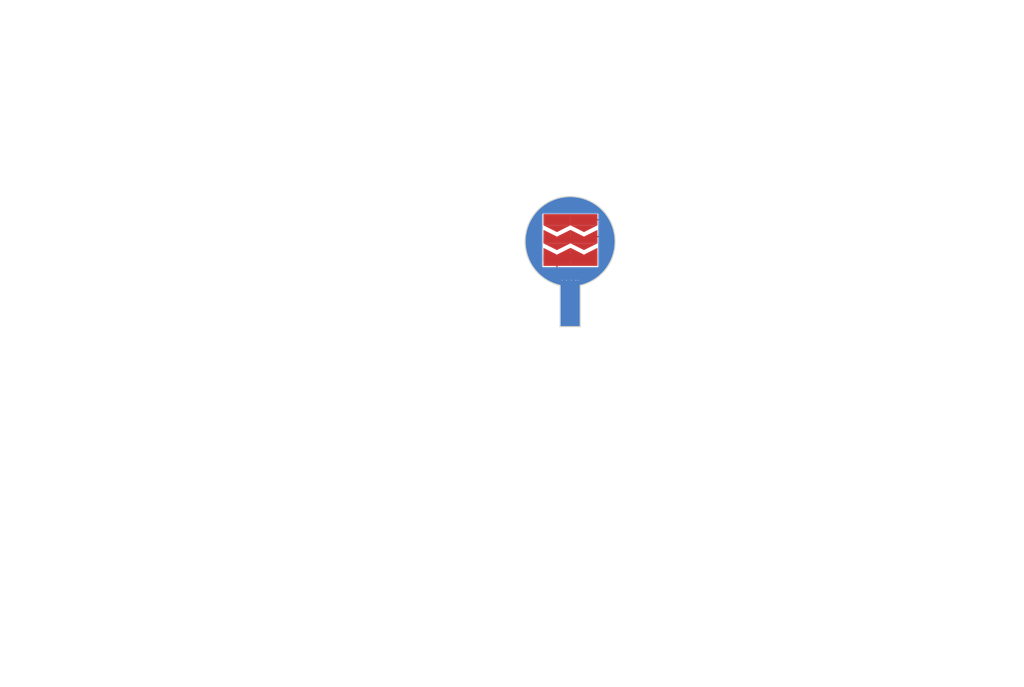
<source format=kicad_pcb>
(kicad_pcb (version 20211014) (generator pcbnew)
  (title_block (title "TekTag Biosensor Touch Pad") (date "2023-05-25") (rev "0.1 alpha") (company "© 2023 TekLabs Digital Pty Ltd") (comment 1 "Desigend by Trevor Attema") (comment 2 "MIT License"))
  (layers (0 "F.Cu" signal) (31 "B.Cu" signal) (34 "B.Paste" user) (35 "F.Paste" user) (36 "B.SilkS" user "B.Silkscreen") (37 "F.SilkS" user "F.Silkscreen") (38 "B.Mask" user) (39 "F.Mask" user) (44 "Edge.Cuts" user))
  (net 0 "")
  (net 1 "GND")
  (net 2 "Net-(J1-Pad2)")
  (net 3 "Net-(J1-Pad4)")
  (net 4 "Net-(J1-Pad6)")
  (footprint "Teklabs:FFC_12_FLEX_PCB_END" (layer "F.Cu") (at 148.0996 104.6112)
    (fp_text reference "J1" hide)
    (fp_text value "Touch FFC" hide)
    (pad "1" smd rect (at -2.75 0.2 180) (size 0.35 2) (layers "F.Cu" "F.Paste" "F.Mask") (net 1 "GND"))
    (pad "2" smd rect (at -2.25 0.2 180) (size 0.35 2) (layers "F.Cu" "F.Paste" "F.Mask") (net 2 "Net-(J1-Pad2)"))
    (pad "3" smd rect (at -1.75 0.2 180) (size 0.35 2) (layers "F.Cu" "F.Paste" "F.Mask") (net 1 "GND"))
    (pad "4" smd rect (at -1.25 0.2 180) (size 0.35 2) (layers "F.Cu" "F.Paste" "F.Mask") (net 3 "Net-(J1-Pad4)"))
    (pad "5" smd rect (at -0.75 0.2 180) (size 0.35 2) (layers "F.Cu" "F.Paste" "F.Mask") (net 1 "GND"))
    (pad "6" smd rect (at -0.25 0.2 180) (size 0.35 2) (layers "F.Cu" "F.Paste" "F.Mask") (net 4 "Net-(J1-Pad6)"))
    (pad "7" smd rect (at 0.25 0.2 180) (size 0.35 2) (layers "F.Cu" "F.Paste" "F.Mask") (net 1 "GND"))
    (pad "8" smd rect (at 0.75 0.2 180) (size 0.35 2) (layers "F.Cu" "F.Paste" "F.Mask") (net 1 "GND"))
  )
  (footprint "Teklabs:TouchSlider-3_12x12mm" (layer "F.Cu") (at 146.3276 87.3524)
    (fp_text reference "T1" hide)
    (fp_text value "TouchSlider-3x3" hide)
    (pad "1" smd rect (at 3.84 3.66 90) (size 2.5 6) (layers "F.Cu" "F.Mask") (net 2 "Net-(J1-Pad2)"))
    (pad "1" smd trapezoid (at -3.66 2.41 90) (size 1.5 3) (rect_delta 0 -1.5) (layers "F.Cu" "F.Mask") (net 2 "Net-(J1-Pad2)"))
    (pad "1" smd trapezoid (at 2.34 2.41 90) (size 1.5 3) (rect_delta 0 -1.5) (layers "F.Cu" "F.Mask") (net 2 "Net-(J1-Pad2)"))
    (pad "1" smd rect (at -2.16 3.66 90) (size 2.5 6) (layers "F.Cu" "F.Mask") (net 2 "Net-(J1-Pad2)"))
    (pad "1" smd trapezoid (at -0.66 2.41 90) (size 1.5 3) (rect_delta 0 1.5) (layers "F.Cu" "F.Mask") (net 2 "Net-(J1-Pad2)"))
    (pad "1" smd trapezoid (at 5.34 2.41 90) (size 1.5 3) (rect_delta 0 1.5) (layers "F.Cu" "F.Mask") (net 2 "Net-(J1-Pad2)"))
    (pad "2" smd trapezoid (at 3.84 0.66 90) (size 1.5 3) (rect_delta -3 0) (layers "F.Cu" "F.Mask") (net 3 "Net-(J1-Pad4)"))
    (pad "2" smd trapezoid (at 5.34 -1.59 90) (size 1.5 3) (rect_delta 0 1.5) (layers "F.Cu" "F.Mask") (net 3 "Net-(J1-Pad4)"))
    (pad "2" smd trapezoid (at -2.16 0.66 90) (size 1.5 3) (rect_delta -3 0) (layers "F.Cu" "F.Mask") (net 3 "Net-(J1-Pad4)"))
    (pad "2" smd trapezoid (at 2.34 -1.59 90) (size 1.5 3) (rect_delta 0 -1.5) (layers "F.Cu" "F.Mask") (net 3 "Net-(J1-Pad4)"))
    (pad "2" smd rect (at 3.84 -0.84 90) (size 1.5 6) (layers "F.Cu" "F.Mask") (net 3 "Net-(J1-Pad4)"))
    (pad "2" smd trapezoid (at -3.66 -1.59 90) (size 1.5 3) (rect_delta 0 -1.5) (layers "F.Cu" "F.Mask") (net 3 "Net-(J1-Pad4)"))
    (pad "2" smd trapezoid (at -0.66 -1.59 90) (size 1.5 3) (rect_delta 0 1.5) (layers "F.Cu" "F.Mask") (net 3 "Net-(J1-Pad4)"))
    (pad "2" smd rect (at -2.16 -0.84 90) (size 1.5 6) (layers "F.Cu" "F.Mask") (net 3 "Net-(J1-Pad4)"))
    (pad "3" smd trapezoid (at 3.84 -3.34 90) (size 1.5 3) (rect_delta -3 0) (layers "F.Cu" "F.Mask") (net 4 "Net-(J1-Pad6)"))
    (pad "3" smd rect (at 3.84 -5.34 90) (size 2.5 6) (layers "F.Cu" "F.Mask") (net 4 "Net-(J1-Pad6)"))
    (pad "3" smd trapezoid (at -2.16 -3.34 90) (size 1.5 3) (rect_delta -3 0) (layers "F.Cu" "F.Mask") (net 4 "Net-(J1-Pad6)"))
    (pad "3" smd rect (at -2.16 -5.34 90) (size 2.5 6) (layers "F.Cu" "F.Mask") (net 4 "Net-(J1-Pad6)"))
  )
  (gr_line (start 144.8496 96.6012) (end 144.8496 105.756548) (layer "Edge.Cuts") (width 0.25))
  (gr_arc (start 144.8496 96.6012) (mid 147.0996 76.857612) (end 149.3496 96.6012) (layer "Edge.Cuts") (width 0.25))
  (gr_line (start 149.3496 105.756548) (end 144.8496 105.756548) (layer "Edge.Cuts") (width 0.25))
  (gr_line (start 149.3496 105.756548) (end 149.3496 96.6012) (layer "Edge.Cuts") (width 0.25))
  (segment (start 148.3496 95.462) (end 148.3496 104.8112) (width 0.25) (layer "F.Cu") (net 1))
  (segment (start 146.3496 95.4775) (end 146.3496 104.8112) (width 0.25) (layer "F.Cu") (net 1))
  (segment (start 148.8652 95.4544) (end 148.8496 95.47) (width 0.25) (layer "F.Cu") (net 1))
  (segment (start 146.3265 95.4544) (end 146.3496 95.4775) (width 0.25) (layer "F.Cu") (net 1))
  (segment (start 148.8496 95.47) (end 148.8496 104.8112) (width 0.25) (layer "F.Cu") (net 1))
  (segment (start 147.3496 95.4775) (end 147.3727 95.4544) (width 0.25) (layer "F.Cu") (net 1))
  (segment (start 145.3496 95.4948) (end 145.3496 104.8112) (width 0.25) (layer "F.Cu") (net 1))
  (segment (start 147.3496 104.8112) (end 147.3496 95.4775) (width 0.25) (layer "F.Cu") (net 1))
  (segment (start 148.3572 95.4544) (end 148.3496 95.462) (width 0.25) (layer "F.Cu") (net 1))
  (segment (start 145.3092 95.4544) (end 145.3496 95.4948) (width 0.25) (layer "F.Cu") (net 1))
  (via (at 146.3265 95.4544) (size 0.3048) (drill 0.1524) (layers "F.Cu" "B.Cu") (net 1))
  (via (at 148.8652 95.4544) (size 0.3048) (drill 0.1524) (layers "F.Cu" "B.Cu") (net 1))
  (via (at 148.3572 95.4544) (size 0.3048) (drill 0.1524) (layers "F.Cu" "B.Cu") (net 1))
  (via (at 145.3092 95.4544) (size 0.3048) (drill 0.1524) (layers "F.Cu" "B.Cu") (net 1))
  (via (at 147.3727 95.4544) (size 0.3048) (drill 0.1524) (layers "F.Cu" "B.Cu") (net 1))
  (segment (start 145.8496 94.3692) (end 144.1676 92.6872) (width 0.25) (layer "F.Cu") (net 2))
  (segment (start 145.8496 104.8112) (end 145.8496 94.3692) (width 0.25) (layer "F.Cu") (net 2))
  (segment (start 144.1676 92.6872) (end 144.1676 91.0124) (width 0.25) (layer "F.Cu") (net 2))
  (segment (start 146.8496 104.8112) (end 146.8496 94.0186) (width 0.25) (layer "F.Cu") (net 3))
  (segment (start 154.0256 86.3092) (end 153.4788 85.7624) (width 0.25) (layer "F.Cu") (net 3))
  (segment (start 146.8496 94.0186) (end 147.5994 93.2688) (width 0.25) (layer "F.Cu") (net 3))
  (segment (start 154.0256 92.4306) (end 154.0256 86.3092) (width 0.25) (layer "F.Cu") (net 3))
  (segment (start 147.5994 93.2688) (end 153.1874 93.2688) (width 0.25) (layer "F.Cu") (net 3))
  (segment (start 153.1874 93.2688) (end 154.0256 92.4306) (width 0.25) (layer "F.Cu") (net 3))
  (segment (start 153.4788 85.7624) (end 151.6676 85.7624) (width 0.25) (layer "F.Cu") (net 3))
  (segment (start 147.8496 94.7458) (end 148.463 94.1324) (width 0.25) (layer "F.Cu") (net 4))
  (segment (start 154.8384 92.4306) (end 154.8384 82.7278) (width 0.25) (layer "F.Cu") (net 4))
  (segment (start 153.1366 94.1324) (end 154.8384 92.4306) (width 0.25) (layer "F.Cu") (net 4))
  (segment (start 154.123 82.0124) (end 150.1676 82.0124) (width 0.25) (layer "F.Cu") (net 4))
  (segment (start 154.8384 82.7278) (end 154.123 82.0124) (width 0.25) (layer "F.Cu") (net 4))
  (segment (start 148.463 94.1324) (end 153.1366 94.1324) (width 0.25) (layer "F.Cu") (net 4))
  (segment (start 147.8496 104.8112) (end 147.8496 94.7458) (width 0.25) (layer "F.Cu") (net 4))
  (zone (net 0) (net_name "") (layers F&B.Cu) (connect_pads yes (clearance 0)) (min_thickness 0.1)
    (keepout (tracks allowed) (vias allowed) (pads allowed) (copperpour not_allowed) (footprints allowed))
    (fill (thermal_gap 0.2) (thermal_bridge_width 0.2) (island_removal_mode 2) (island_area_min 0))
    (polygon (pts (xy 153.3504 92.5576) (xy 140.9504 92.5576) (xy 140.9504 80.6576) (xy 153.3504 80.6576)))
  )
  (zone (net 1) (net_name "GND") (layer "B.Cu") (connect_pads no (clearance 0.1)) (min_thickness 0.1) (fill yes (thermal_gap 1) (thermal_bridge_width 1) (island_removal_mode 2) (island_area_min 0))
    (polygon (pts (xy 158.2996 106.4512) (xy 135.7996 106.4512) (xy 135.7996 75.9512) (xy 158.2996 75.9512)))
  )
)
</source>
